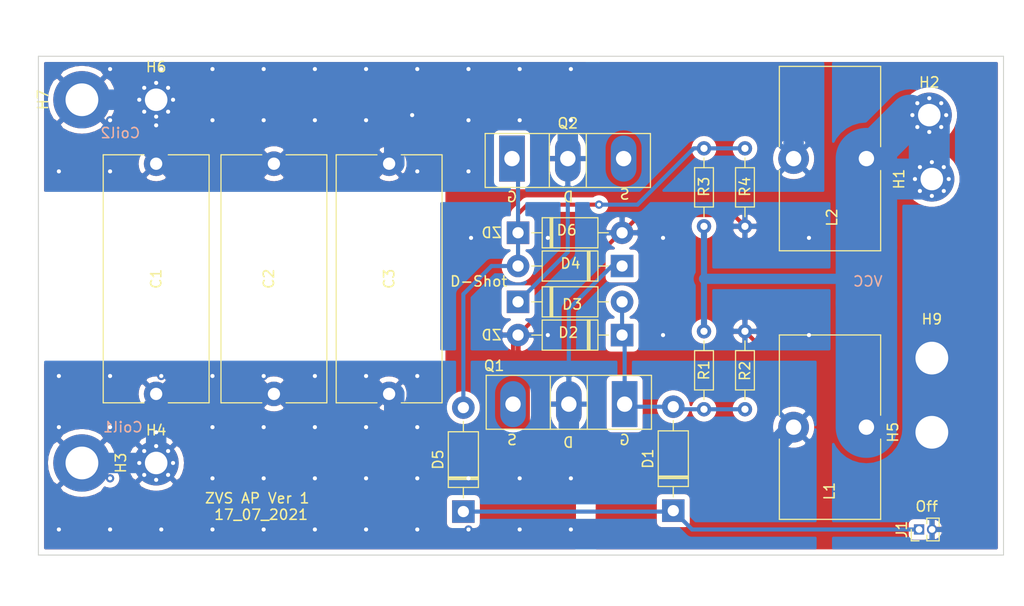
<source format=kicad_pcb>
(kicad_pcb (version 20240108) (generator "pcbnew") (generator_version "8.0")
  (title_block (title "Royer oszillator power") (date "2021-07-16") (rev "Eweiterung mini vcs") (comment 1 "Version 2") (comment 2 "Andere Footprint R1, R3, Schalter") (comment 3 "Entferung Thermopads"))
  (layers (0 "F.Cu" signal) (31 "B.Cu" signal) (34 "B.Paste" user) (35 "F.Paste" user) (36 "B.SilkS" user "B.Silkscreen") (37 "F.SilkS" user "F.Silkscreen") (38 "B.Mask" user) (39 "F.Mask" user) (44 "Edge.Cuts" user))
  (net 0 "")
  (net 1 "Net-(D1-Pad1)")
  (net 2 "GND")
  (net 3 "+36V")
  (net 4 "Uaus2")
  (net 5 "Uaus1")
  (net 6 "Net-(D1-Pad2)")
  (net 7 "Net-(D4-Pad2)")
  (footprint "MountingHole:MountingHole_3.2mm_M3_DIN965_Pad" (layer "F.Cu") (at 107.25 28 90)
    (property "Reference" "H7" (at 0 -3.8 90) (layer "F.SilkS"))
    (property "Value" "MountingHole_Pad")
    (pad "1" thru_hole circle (at 0 0 90) (size 5.6 5.6) (drill 3.2) (layers "*.Cu" "*.Mask") (net 4 "Uaus2"))
  )
  (footprint "Package_TO_SOT_THT:TO-247-3_Vertical" (layer "F.Cu") (at 149.25 33.75)
    (property "Reference" "Q2" (at 5.45 -3.45 0) (layer "F.SilkS"))
    (property "Value" "C2M0025120D")
    (fp_line (start -2.62 -2.451) (end -2.62 2.82) (stroke (width 0.12)) (layer "F.SilkS"))
    (fp_line (start -2.62 -2.451) (end 13.52 -2.451) (stroke (width 0.12)) (layer "F.SilkS"))
    (fp_line (start -2.62 2.82) (end 13.52 2.82) (stroke (width 0.12)) (layer "F.SilkS"))
    (fp_line (start 3.646 -2.451) (end 3.646 2.82) (stroke (width 0.12)) (layer "F.SilkS"))
    (fp_line (start 7.255 -2.451) (end 7.255 2.82) (stroke (width 0.12)) (layer "F.SilkS"))
    (fp_line (start 13.52 -2.451) (end 13.52 2.82) (stroke (width 0.12)) (layer "F.SilkS"))
    (pad "1" thru_hole rect (at 0 0) (size 2.5 4.5) (drill 1.5) (layers "*.Cu" "*.Mask") (net 7 "Net-(D4-Pad2)"))
    (pad "2" thru_hole oval (at 5.45 0) (size 2.5 4.5) (drill 1.5) (layers "*.Cu" "*.Mask") (net 4 "Uaus2"))
    (pad "3" thru_hole oval (at 10.9 0) (size 2.5 4.5) (drill 1.5) (layers "*.Cu" "*.Mask") (net 2 "GND"))
  )
  (footprint "Resistor_THT:R_Axial_DIN0204_L3.6mm_D1.6mm_P7.62mm_Horizontal" (layer "F.Cu") (at 172 58.25 90)
    (property "Reference" "R2" (at 3.75 0 90) (layer "F.SilkS"))
    (property "Value" "10k")
    (fp_line (start 5.73 -0.92) (end 1.89 -0.92) (stroke (width 0.12)) (layer "F.SilkS"))
    (fp_line (start 1.89 -0.92) (end 1.89 0.92) (stroke (width 0.12)) (layer "F.SilkS"))
    (fp_line (start 6.68 0) (end 5.73 0) (stroke (width 0.12)) (layer "F.SilkS"))
    (fp_line (start 0.94 0) (end 1.89 0) (stroke (width 0.12)) (layer "F.SilkS"))
    (fp_line (start 5.73 0.92) (end 5.73 -0.92) (stroke (width 0.12)) (layer "F.SilkS"))
    (fp_line (start 1.89 0.92) (end 5.73 0.92) (stroke (width 0.12)) (layer "F.SilkS"))
    (pad "1" thru_hole circle (at 0 0 90) (size 1.4 1.4) (drill 0.7) (layers "*.Cu" "*.Mask") (net 6 "Net-(D1-Pad2)"))
    (pad "2" thru_hole oval (at 7.62 0 90) (size 1.4 1.4) (drill 0.7) (layers "*.Cu" "*.Mask") (net 2 "GND"))
  )
  (footprint "Resistor_THT:R_Axial_DIN0204_L3.6mm_D1.6mm_P7.62mm_Horizontal" (layer "F.Cu") (at 168 32.75 -90)
    (property "Reference" "R3" (at 3.75 0 90) (layer "F.SilkS"))
    (property "Value" "470R")
    (fp_line (start 1.89 0.92) (end 5.73 0.92) (stroke (width 0.12)) (layer "F.SilkS"))
    (fp_line (start 5.73 0.92) (end 5.73 -0.92) (stroke (width 0.12)) (layer "F.SilkS"))
    (fp_line (start 0.94 0) (end 1.89 0) (stroke (width 0.12)) (layer "F.SilkS"))
    (fp_line (start 6.68 0) (end 5.73 0) (stroke (width 0.12)) (layer "F.SilkS"))
    (fp_line (start 1.89 -0.92) (end 1.89 0.92) (stroke (width 0.12)) (layer "F.SilkS"))
    (fp_line (start 5.73 -0.92) (end 1.89 -0.92) (stroke (width 0.12)) (layer "F.SilkS"))
    (pad "1" thru_hole circle (at 0 0 270) (size 1.4 1.4) (drill 0.7) (layers "*.Cu" "*.Mask") (net 7 "Net-(D4-Pad2)"))
    (pad "2" thru_hole oval (at 7.62 0 270) (size 1.4 1.4) (drill 0.7) (layers "*.Cu" "*.Mask") (net 3 "+36V"))
  )
  (footprint "Resistor_THT:R_Axial_DIN0204_L3.6mm_D1.6mm_P7.62mm_Horizontal" (layer "F.Cu") (at 172 32.75 -90)
    (property "Reference" "R4" (at 3.75 0 90) (layer "F.SilkS"))
    (property "Value" "10k")
    (fp_line (start 1.89 0.92) (end 5.73 0.92) (stroke (width 0.12)) (layer "F.SilkS"))
    (fp_line (start 5.73 0.92) (end 5.73 -0.92) (stroke (width 0.12)) (layer "F.SilkS"))
    (fp_line (start 0.94 0) (end 1.89 0) (stroke (width 0.12)) (layer "F.SilkS"))
    (fp_line (start 6.68 0) (end 5.73 0) (stroke (width 0.12)) (layer "F.SilkS"))
    (fp_line (start 1.89 -0.92) (end 1.89 0.92) (stroke (width 0.12)) (layer "F.SilkS"))
    (fp_line (start 5.73 -0.92) (end 1.89 -0.92) (stroke (width 0.12)) (layer "F.SilkS"))
    (pad "1" thru_hole circle (at 0 0 270) (size 1.4 1.4) (drill 0.7) (layers "*.Cu" "*.Mask") (net 7 "Net-(D4-Pad2)"))
    (pad "2" thru_hole oval (at 7.62 0 270) (size 1.4 1.4) (drill 0.7) (layers "*.Cu" "*.Mask") (net 2 "GND"))
  )
  (footprint "Diode_THT:D_DO-41_SOD81_P10.16mm_Horizontal" (layer "F.Cu") (at 160 51 180)
    (property "Reference" "D2" (at 5.25 0.25 0) (layer "F.SilkS"))
    (property "Value" "BZD27C12")
    (fp_line (start 8.82 0) (end 7.8 0) (stroke (width 0.12)) (layer "F.SilkS"))
    (fp_line (start 7.8 1.47) (end 7.8 -1.47) (stroke (width 0.12)) (layer "F.SilkS"))
    (fp_line (start 7.8 -1.47) (end 2.36 -1.47) (stroke (width 0.12)) (layer "F.SilkS"))
    (fp_line (start 3.38 -1.47) (end 3.38 1.47) (stroke (width 0.12)) (layer "F.SilkS"))
    (fp_line (start 3.26 -1.47) (end 3.26 1.47) (stroke (width 0.12)) (layer "F.SilkS"))
    (fp_line (start 3.14 -1.47) (end 3.14 1.47) (stroke (width 0.12)) (layer "F.SilkS"))
    (fp_line (start 2.36 1.47) (end 7.8 1.47) (stroke (width 0.12)) (layer "F.SilkS"))
    (fp_line (start 2.36 -1.47) (end 2.36 1.47) (stroke (width 0.12)) (layer "F.SilkS"))
    (fp_line (start 1.34 0) (end 2.36 0) (stroke (width 0.12)) (layer "F.SilkS"))
    (pad "1" thru_hole rect (at 0 0 180) (size 2.2 2.2) (drill 1.1) (layers "*.Cu" "*.Mask") (net 6 "Net-(D1-Pad2)"))
    (pad "2" thru_hole oval (at 10.16 0 180) (size 2.2 2.2) (drill 1.1) (layers "*.Cu" "*.Mask") (net 2 "GND"))
  )
  (footprint "Diode_THT:D_DO-41_SOD81_P10.16mm_Horizontal" (layer "F.Cu") (at 149.84 47.75)
    (property "Reference" "D3" (at 5.29 0.25 0) (layer "F.SilkS"))
    (property "Value" "D_Schottky")
    (fp_line (start 1.34 0) (end 2.36 0) (stroke (width 0.12)) (layer "F.SilkS"))
    (fp_line (start 2.36 -1.47) (end 2.36 1.47) (stroke (width 0.12)) (layer "F.SilkS"))
    (fp_line (start 2.36 1.47) (end 7.8 1.47) (stroke (width 0.12)) (layer "F.SilkS"))
    (fp_line (start 3.14 -1.47) (end 3.14 1.47) (stroke (width 0.12)) (layer "F.SilkS"))
    (fp_line (start 3.26 -1.47) (end 3.26 1.47) (stroke (width 0.12)) (layer "F.SilkS"))
    (fp_line (start 3.38 -1.47) (end 3.38 1.47) (stroke (width 0.12)) (layer "F.SilkS"))
    (fp_line (start 7.8 -1.47) (end 2.36 -1.47) (stroke (width 0.12)) (layer "F.SilkS"))
    (fp_line (start 7.8 1.47) (end 7.8 -1.47) (stroke (width 0.12)) (layer "F.SilkS"))
    (fp_line (start 8.82 0) (end 7.8 0) (stroke (width 0.12)) (layer "F.SilkS"))
    (pad "1" thru_hole rect (at 0 0) (size 2.2 2.2) (drill 1.1) (layers "*.Cu" "*.Mask") (net 4 "Uaus2"))
    (pad "2" thru_hole oval (at 10.16 0) (size 2.2 2.2) (drill 1.1) (layers "*.Cu" "*.Mask") (net 6 "Net-(D1-Pad2)"))
  )
  (footprint "Diode_THT:D_DO-41_SOD81_P10.16mm_Horizontal" (layer "F.Cu") (at 160 44.25 180)
    (property "Reference" "D4" (at 5.04 0.25 0) (layer "F.SilkS"))
    (property "Value" "D_Schottky")
    (fp_line (start 8.82 0) (end 7.8 0) (stroke (width 0.12)) (layer "F.SilkS"))
    (fp_line (start 7.8 1.47) (end 7.8 -1.47) (stroke (width 0.12)) (layer "F.SilkS"))
    (fp_line (start 7.8 -1.47) (end 2.36 -1.47) (stroke (width 0.12)) (layer "F.SilkS"))
    (fp_line (start 3.38 -1.47) (end 3.38 1.47) (stroke (width 0.12)) (layer "F.SilkS"))
    (fp_line (start 3.26 -1.47) (end 3.26 1.47) (stroke (width 0.12)) (layer "F.SilkS"))
    (fp_line (start 3.14 -1.47) (end 3.14 1.47) (stroke (width 0.12)) (layer "F.SilkS"))
    (fp_line (start 2.36 1.47) (end 7.8 1.47) (stroke (width 0.12)) (layer "F.SilkS"))
    (fp_line (start 2.36 -1.47) (end 2.36 1.47) (stroke (width 0.12)) (layer "F.SilkS"))
    (fp_line (start 1.34 0) (end 2.36 0) (stroke (width 0.12)) (layer "F.SilkS"))
    (pad "1" thru_hole rect (at 0 0 180) (size 2.2 2.2) (drill 1.1) (layers "*.Cu" "*.Mask") (net 5 "Uaus1"))
    (pad "2" thru_hole oval (at 10.16 0 180) (size 2.2 2.2) (drill 1.1) (layers "*.Cu" "*.Mask") (net 7 "Net-(D4-Pad2)"))
  )
  (footprint "Diode_THT:D_DO-41_SOD81_P10.16mm_Horizontal" (layer "F.Cu") (at 149.84 41)
    (property "Reference" "D6" (at 4.75 -0.25 0) (layer "F.SilkS"))
    (property "Value" "BZD27C12")
    (fp_line (start 1.34 0) (end 2.36 0) (stroke (width 0.12)) (layer "F.SilkS"))
    (fp_line (start 2.36 -1.47) (end 2.36 1.47) (stroke (width 0.12)) (layer "F.SilkS"))
    (fp_line (start 2.36 1.47) (end 7.8 1.47) (stroke (width 0.12)) (layer "F.SilkS"))
    (fp_line (start 3.14 -1.47) (end 3.14 1.47) (stroke (width 0.12)) (layer "F.SilkS"))
    (fp_line (start 3.26 -1.47) (end 3.26 1.47) (stroke (width 0.12)) (layer "F.SilkS"))
    (fp_line (start 3.38 -1.47) (end 3.38 1.47) (stroke (width 0.12)) (layer "F.SilkS"))
    (fp_line (start 7.8 -1.47) (end 2.36 -1.47) (stroke (width 0.12)) (layer "F.SilkS"))
    (fp_line (start 7.8 1.47) (end 7.8 -1.47) (stroke (width 0.12)) (layer "F.SilkS"))
    (fp_line (start 8.82 0) (end 7.8 0) (stroke (width 0.12)) (layer "F.SilkS"))
    (pad "1" thru_hole rect (at 0 0) (size 2.2 2.2) (drill 1.1) (layers "*.Cu" "*.Mask") (net 7 "Net-(D4-Pad2)"))
    (pad "2" thru_hole oval (at 10.16 0) (size 2.2 2.2) (drill 1.1) (layers "*.Cu" "*.Mask") (net 2 "GND"))
  )
  (footprint "MountingHole:MountingHole_3.2mm_M3_DIN965_Pad" (layer "F.Cu") (at 190.25 60.5 90)
    (property "Reference" "H5" (at 0 -3.8 90) (layer "F.SilkS"))
    (property "Value" "MountingHole_Pad")
    (pad "1" thru_hole circle (at 0 0 90) (size 5.6 5.6) (drill 3.2) (layers "*.Cu" "*.Mask") (net 2 "GND"))
  )
  (footprint "Resistor_THT:R_Axial_DIN0204_L3.6mm_D1.6mm_P7.62mm_Horizontal" (layer "F.Cu") (at 168 58.25 90)
    (property "Reference" "R1" (at 3.81 0 90) (layer "F.SilkS"))
    (property "Value" "470R")
    (fp_line (start 5.73 -0.92) (end 1.89 -0.92) (stroke (width 0.12)) (layer "F.SilkS"))
    (fp_line (start 1.89 -0.92) (end 1.89 0.92) (stroke (width 0.12)) (layer "F.SilkS"))
    (fp_line (start 6.68 0) (end 5.73 0) (stroke (width 0.12)) (layer "F.SilkS"))
    (fp_line (start 0.94 0) (end 1.89 0) (stroke (width 0.12)) (layer "F.SilkS"))
    (fp_line (start 5.73 0.92) (end 5.73 -0.92) (stroke (width 0.12)) (layer "F.SilkS"))
    (fp_line (start 1.89 0.92) (end 5.73 0.92) (stroke (width 0.12)) (layer "F.SilkS"))
    (pad "1" thru_hole circle (at 0 0 90) (size 1.4 1.4) (drill 0.7) (layers "*.Cu" "*.Mask") (net 6 "Net-(D1-Pad2)"))
    (pad "2" thru_hole oval (at 7.62 0 90) (size 1.4 1.4) (drill 0.7) (layers "*.Cu" "*.Mask") (net 3 "+36V"))
  )
  (footprint "MountingHole:MountingHole_3.2mm_M3_DIN965_Pad" (layer "F.Cu") (at 107.25 63.5 -90)
    (property "Reference" "H3" (at 0 -3.8 90) (layer "F.SilkS"))
    (property "Value" "MountingHole_Pad")
    (pad "1" thru_hole circle (at 0 0 270) (size 5.6 5.6) (drill 3.2) (layers "*.Cu" "*.Mask") (net 5 "Uaus1"))
  )
  (footprint "Package_TO_SOT_THT:TO-247-3_Vertical" (layer "F.Cu") (at 160.25 57.75 180)
    (property "Reference" "Q1" (at 12.75 3.75 0) (layer "F.SilkS"))
    (property "Value" "C2M0025120D")
    (fp_line (start 13.52 -2.451) (end 13.52 2.82) (stroke (width 0.12)) (layer "F.SilkS"))
    (fp_line (start 7.255 -2.451) (end 7.255 2.82) (stroke (width 0.12)) (layer "F.SilkS"))
    (fp_line (start 3.646 -2.451) (end 3.646 2.82) (stroke (width 0.12)) (layer "F.SilkS"))
    (fp_line (start -2.62 2.82) (end 13.52 2.82) (stroke (width 0.12)) (layer "F.SilkS"))
    (fp_line (start -2.62 -2.451) (end 13.52 -2.451) (stroke (width 0.12)) (layer "F.SilkS"))
    (fp_line (start -2.62 -2.451) (end -2.62 2.82) (stroke (width 0.12)) (layer "F.SilkS"))
    (pad "1" thru_hole rect (at 0 0 180) (size 2.5 4.5) (drill 1.5) (layers "*.Cu" "*.Mask") (net 6 "Net-(D1-Pad2)"))
    (pad "2" thru_hole oval (at 5.45 0 180) (size 2.5 4.5) (drill 1.5) (layers "*.Cu" "*.Mask") (net 5 "Uaus1"))
    (pad "3" thru_hole oval (at 10.9 0 180) (size 2.5 4.5) (drill 1.5) (layers "*.Cu" "*.Mask") (net 2 "GND"))
  )
  (footprint "MountingHole:MountingHole_2.2mm_M2_Pad_Via" (layer "F.Cu") (at 190.25 35.75 90)
    (property "Reference" "H1" (at 0 -3.2 90) (layer "F.SilkS"))
    (property "Value" "MountingHole_Pad")
    (pad "1" thru_hole circle (at -1.65 0 90) (size 0.7 0.7) (drill 0.4) (layers "*.Cu" "*.Mask") (net 3 "+36V"))
    (pad "1" thru_hole circle (at -1.166726 -1.166726 90) (size 0.7 0.7) (drill 0.4) (layers "*.Cu" "*.Mask") (net 3 "+36V"))
    (pad "1" thru_hole circle (at -1.166726 1.166726 90) (size 0.7 0.7) (drill 0.4) (layers "*.Cu" "*.Mask") (net 3 "+36V"))
    (pad "1" thru_hole circle (at 0 -1.65 90) (size 0.7 0.7) (drill 0.4) (layers "*.Cu" "*.Mask") (net 3 "+36V"))
    (pad "1" thru_hole circle (at 0 0 90) (size 4.4 4.4) (drill 2.2) (layers "*.Cu" "*.Mask") (net 3 "+36V"))
    (pad "1" thru_hole circle (at 0 1.65 90) (size 0.7 0.7) (drill 0.4) (layers "*.Cu" "*.Mask") (net 3 "+36V"))
    (pad "1" thru_hole circle (at 1.166726 -1.166726 90) (size 0.7 0.7) (drill 0.4) (layers "*.Cu" "*.Mask") (net 3 "+36V"))
    (pad "1" thru_hole circle (at 1.166726 1.166726 90) (size 0.7 0.7) (drill 0.4) (layers "*.Cu" "*.Mask") (net 3 "+36V"))
    (pad "1" thru_hole circle (at 1.65 0 90) (size 0.7 0.7) (drill 0.4) (layers "*.Cu" "*.Mask") (net 3 "+36V"))
  )
  (footprint "Capacitor_THT:C_Rect_L24.0mm_W10.1mm_P22.50mm_MKT" (layer "F.Cu") (at 114.5 56.75 90)
    (property "Reference" "C1" (at 11.25 0 90) (layer "F.SilkS"))
    (property "Value" "C")
    (fp_line (start 23.37 -5.17) (end 23.37 -1.185) (stroke (width 0.12)) (layer "F.SilkS"))
    (fp_line (start -0.87 -5.17) (end 23.37 -5.17) (stroke (width 0.12)) (layer "F.SilkS"))
    (fp_line (start -0.87 -5.17) (end -0.87 -1.185) (stroke (width 0.12)) (layer "F.SilkS"))
    (fp_line (start 23.37 1.185) (end 23.37 5.17) (stroke (width 0.12)) (layer "F.SilkS"))
    (fp_line (start -0.87 1.185) (end -0.87 5.17) (stroke (width 0.12)) (layer "F.SilkS"))
    (fp_line (start -0.87 5.17) (end 23.37 5.17) (stroke (width 0.12)) (layer "F.SilkS"))
    (pad "1" thru_hole circle (at 0 0 90) (size 2.4 2.4) (drill 1.2) (layers "*.Cu" "*.Mask") (net 5 "Uaus1"))
    (pad "2" thru_hole circle (at 22.5 0 90) (size 2.4 2.4) (drill 1.2) (layers "*.Cu" "*.Mask") (net 4 "Uaus2"))
  )
  (footprint "Capacitor_THT:C_Rect_L24.0mm_W10.1mm_P22.50mm_MKT" (layer "F.Cu") (at 126 56.75 90)
    (property "Reference" "C2" (at 11.25 -0.5 90) (layer "F.SilkS"))
    (property "Value" "C")
    (fp_line (start 23.37 -5.17) (end 23.37 -1.185) (stroke (width 0.12)) (layer "F.SilkS"))
    (fp_line (start -0.87 -5.17) (end 23.37 -5.17) (stroke (width 0.12)) (layer "F.SilkS"))
    (fp_line (start -0.87 -5.17) (end -0.87 -1.185) (stroke (width 0.12)) (layer "F.SilkS"))
    (fp_line (start 23.37 1.185) (end 23.37 5.17) (stroke (width 0.12)) (layer "F.SilkS"))
    (fp_line (start -0.87 1.185) (end -0.87 5.17) (stroke (width 0.12)) (layer "F.SilkS"))
    (fp_line (start -0.87 5.17) (end 23.37 5.17) (stroke (width 0.12)) (layer "F.SilkS"))
    (pad "1" thru_hole circle (at 0 0 90) (size 2.4 2.4) (drill 1.2) (layers "*.Cu" "*.Mask") (net 5 "Uaus1"))
    (pad "2" thru_hole circle (at 22.5 0 90) (size 2.4 2.4) (drill 1.2) (layers "*.Cu" "*.Mask") (net 4 "Uaus2"))
  )
  (footprint "Capacitor_THT:C_Rect_L24.0mm_W10.1mm_P22.50mm_MKT" (layer "F.Cu") (at 137.25 56.75 90)
    (property "Reference" "C3" (at 11.25 0 90) (layer "F.SilkS"))
    (property "Value" "C")
    (fp_line (start 23.37 -5.17) (end 23.37 -1.185) (stroke (width 0.12)) (layer "F.SilkS"))
    (fp_line (start -0.87 -5.17) (end 23.37 -5.17) (stroke (width 0.12)) (layer "F.SilkS"))
    (fp_line (start -0.87 -5.17) (end -0.87 -1.185) (stroke (width 0.12)) (layer "F.SilkS"))
    (fp_line (start 23.37 1.185) (end 23.37 5.17) (stroke (width 0.12)) (layer "F.SilkS"))
    (fp_line (start -0.87 1.185) (end -0.87 5.17) (stroke (width 0.12)) (layer "F.SilkS"))
    (fp_line (start -0.87 5.17) (end 23.37 5.17) (stroke (width 0.12)) (layer "F.SilkS"))
    (pad "1" thru_hole circle (at 0 0 90) (size 2.4 2.4) (drill 1.2) (layers "*.Cu" "*.Mask") (net 5 "Uaus1"))
    (pad "2" thru_hole circle (at 22.5 0 90) (size 2.4 2.4) (drill 1.2) (layers "*.Cu" "*.Mask") (net 4 "Uaus2"))
  )
  (footprint "Diode_THT:D_DO-41_SOD81_P10.16mm_Horizontal" (layer "F.Cu") (at 165 68.16 90)
    (property "Reference" "D1" (at 5.08 -2.47 90) (layer "F.SilkS"))
    (property "Value" "1N4007")
    (fp_line (start 7.8 -1.47) (end 2.36 -1.47) (stroke (width 0.12)) (layer "F.SilkS"))
    (fp_line (start 3.38 -1.47) (end 3.38 1.47) (stroke (width 0.12)) (layer "F.SilkS"))
    (fp_line (start 3.26 -1.47) (end 3.26 1.47) (stroke (width 0.12)) (layer "F.SilkS"))
    (fp_line (start 3.14 -1.47) (end 3.14 1.47) (stroke (width 0.12)) (layer "F.SilkS"))
    (fp_line (start 2.36 -1.47) (end 2.36 1.47) (stroke (width 0.12)) (layer "F.SilkS"))
    (fp_line (start 8.82 0) (end 7.8 0) (stroke (width 0.12)) (layer "F.SilkS"))
    (fp_line (start 1.34 0) (end 2.36 0) (stroke (width 0.12)) (layer "F.SilkS"))
    (fp_line (start 7.8 1.47) (end 7.8 -1.47) (stroke (width 0.12)) (layer "F.SilkS"))
    (fp_line (start 2.36 1.47) (end 7.8 1.47) (stroke (width 0.12)) (layer "F.SilkS"))
    (pad "1" thru_hole rect (at 0 0 90) (size 2.2 2.2) (drill 1.1) (layers "*.Cu" "*.Mask") (net 1 "Net-(D1-Pad1)"))
    (pad "2" thru_hole oval (at 10.16 0 90) (size 2.2 2.2) (drill 1.1) (layers "*.Cu" "*.Mask") (net 6 "Net-(D1-Pad2)"))
  )
  (footprint "Diode_THT:D_DO-41_SOD81_P10.16mm_Horizontal" (layer "F.Cu") (at 144.5 68.25 90)
    (property "Reference" "D5" (at 5.08 -2.47 90) (layer "F.SilkS"))
    (property "Value" "1N4007")
    (fp_line (start 7.8 -1.47) (end 2.36 -1.47) (stroke (width 0.12)) (layer "F.SilkS"))
    (fp_line (start 3.38 -1.47) (end 3.38 1.47) (stroke (width 0.12)) (layer "F.SilkS"))
    (fp_line (start 3.26 -1.47) (end 3.26 1.47) (stroke (width 0.12)) (layer "F.SilkS"))
    (fp_line (start 3.14 -1.47) (end 3.14 1.47) (stroke (width 0.12)) (layer "F.SilkS"))
    (fp_line (start 2.36 -1.47) (end 2.36 1.47) (stroke (width 0.12)) (layer "F.SilkS"))
    (fp_line (start 8.82 0) (end 7.8 0) (stroke (width 0.12)) (layer "F.SilkS"))
    (fp_line (start 1.34 0) (end 2.36 0) (stroke (width 0.12)) (layer "F.SilkS"))
    (fp_line (start 7.8 1.47) (end 7.8 -1.47) (stroke (width 0.12)) (layer "F.SilkS"))
    (fp_line (start 2.36 1.47) (end 7.8 1.47) (stroke (width 0.12)) (layer "F.SilkS"))
    (pad "1" thru_hole rect (at 0 0 90) (size 2.2 2.2) (drill 1.1) (layers "*.Cu" "*.Mask") (net 1 "Net-(D1-Pad1)"))
    (pad "2" thru_hole oval (at 10.16 0 90) (size 2.2 2.2) (drill 1.1) (layers "*.Cu" "*.Mask") (net 7 "Net-(D4-Pad2)"))
  )
  (footprint "MountingHole:MountingHole_2.2mm_M2_Pad_Via" (layer "F.Cu") (at 190 29.5)
    (property "Reference" "H2" (at 0 -3.2 0) (layer "F.SilkS"))
    (property "Value" "MountingHole_Pad")
    (pad "1" thru_hole circle (at -1.65 0) (size 0.7 0.7) (drill 0.4) (layers "*.Cu" "*.Mask") (net 3 "+36V"))
    (pad "1" thru_hole circle (at -1.166726 -1.166726) (size 0.7 0.7) (drill 0.4) (layers "*.Cu" "*.Mask") (net 3 "+36V"))
    (pad "1" thru_hole circle (at -1.166726 1.166726) (size 0.7 0.7) (drill 0.4) (layers "*.Cu" "*.Mask") (net 3 "+36V"))
    (pad "1" thru_hole circle (at 0 -1.65) (size 0.7 0.7) (drill 0.4) (layers "*.Cu" "*.Mask") (net 3 "+36V"))
    (pad "1" thru_hole circle (at 0 0) (size 4.4 4.4) (drill 2.2) (layers "*.Cu" "*.Mask") (net 3 "+36V"))
    (pad "1" thru_hole circle (at 0 1.65) (size 0.7 0.7) (drill 0.4) (layers "*.Cu" "*.Mask") (net 3 "+36V"))
    (pad "1" thru_hole circle (at 1.166726 -1.166726) (size 0.7 0.7) (drill 0.4) (layers "*.Cu" "*.Mask") (net 3 "+36V"))
    (pad "1" thru_hole circle (at 1.166726 1.166726) (size 0.7 0.7) (drill 0.4) (layers "*.Cu" "*.Mask") (net 3 "+36V"))
    (pad "1" thru_hole circle (at 1.65 0) (size 0.7 0.7) (drill 0.4) (layers "*.Cu" "*.Mask") (net 3 "+36V"))
  )
  (footprint "MountingHole:MountingHole_2.2mm_M2_Pad_Via" (layer "F.Cu") (at 114.5 63.5)
    (property "Reference" "H4" (at 0 -3.2 0) (layer "F.SilkS"))
    (property "Value" "MountingHole_Pad")
    (pad "1" thru_hole circle (at -1.65 0) (size 0.7 0.7) (drill 0.4) (layers "*.Cu" "*.Mask") (net 5 "Uaus1"))
    (pad "1" thru_hole circle (at -1.166726 -1.166726) (size 0.7 0.7) (drill 0.4) (layers "*.Cu" "*.Mask") (net 5 "Uaus1"))
    (pad "1" thru_hole circle (at -1.166726 1.166726) (size 0.7 0.7) (drill 0.4) (layers "*.Cu" "*.Mask") (net 5 "Uaus1"))
    (pad "1" thru_hole circle (at 0 -1.65) (size 0.7 0.7) (drill 0.4) (layers "*.Cu" "*.Mask") (net 5 "Uaus1"))
    (pad "1" thru_hole circle (at 0 0) (size 4.4 4.4) (drill 2.2) (layers "*.Cu" "*.Mask") (net 5 "Uaus1"))
    (pad "1" thru_hole circle (at 0 1.65) (size 0.7 0.7) (drill 0.4) (layers "*.Cu" "*.Mask") (net 5 "Uaus1"))
    (pad "1" thru_hole circle (at 1.166726 -1.166726) (size 0.7 0.7) (drill 0.4) (layers "*.Cu" "*.Mask") (net 5 "Uaus1"))
    (pad "1" thru_hole circle (at 1.166726 1.166726) (size 0.7 0.7) (drill 0.4) (layers "*.Cu" "*.Mask") (net 5 "Uaus1"))
    (pad "1" thru_hole circle (at 1.65 0) (size 0.7 0.7) (drill 0.4) (layers "*.Cu" "*.Mask") (net 5 "Uaus1"))
  )
  (footprint "MountingHole:MountingHole_2.2mm_M2_Pad_Via" (layer "F.Cu") (at 114.5 28)
    (property "Reference" "H6" (at 0 -3.2 0) (layer "F.SilkS"))
    (property "Value" "MountingHole_Pad")
    (pad "1" thru_hole circle (at -1.65 0) (size 0.7 0.7) (drill 0.4) (layers "*.Cu" "*.Mask") (net 4 "Uaus2"))
    (pad "1" thru_hole circle (at -1.166726 -1.166726) (size 0.7 0.7) (drill 0.4) (layers "*.Cu" "*.Mask") (net 4 "Uaus2"))
    (pad "1" thru_hole circle (at -1.166726 1.166726) (size 0.7 0.7) (drill 0.4) (layers "*.Cu" "*.Mask") (net 4 "Uaus2"))
    (pad "1" thru_hole circle (at 0 -1.65) (size 0.7 0.7) (drill 0.4) (layers "*.Cu" "*.Mask") (net 4 "Uaus2"))
    (pad "1" thru_hole circle (at 0 0) (size 4.4 4.4) (drill 2.2) (layers "*.Cu" "*.Mask") (net 4 "Uaus2"))
    (pad "1" thru_hole circle (at 0 1.65) (size 0.7 0.7) (drill 0.4) (layers "*.Cu" "*.Mask") (net 4 "Uaus2"))
    (pad "1" thru_hole circle (at 1.166726 -1.166726) (size 0.7 0.7) (drill 0.4) (layers "*.Cu" "*.Mask") (net 4 "Uaus2"))
    (pad "1" thru_hole circle (at 1.166726 1.166726) (size 0.7 0.7) (drill 0.4) (layers "*.Cu" "*.Mask") (net 4 "Uaus2"))
    (pad "1" thru_hole circle (at 1.65 0) (size 0.7 0.7) (drill 0.4) (layers "*.Cu" "*.Mask") (net 4 "Uaus2"))
  )
  (footprint "Inductor_THT:L_Toroid_Vertical_L17.8mm_W9.7mm_P7.11mm_Pulse_B" (layer "F.Cu") (at 176.75 60 90)
    (property "Reference" "L1" (at -6.25 3.5 90) (layer "F.SilkS"))
    (property "Value" "L_Core_Ferrite")
    (fp_line (start 9.01 -1.39) (end 9.01 8.5) (stroke (width 0.12)) (layer "F.SilkS"))
    (fp_line (start 1.166 -1.39) (end 9.01 -1.39) (stroke (width 0.12)) (layer "F.SilkS"))
    (fp_line (start -9.01 -1.39) (end -1.166 -1.39) (stroke (width 0.12)) (layer "F.SilkS"))
    (fp_line (start -9.01 -1.39) (end -9.01 8.5) (stroke (width 0.12)) (layer "F.SilkS"))
    (fp_line (start 1.166 8.5) (end 9.01 8.5) (stroke (width 0.12)) (layer "F.SilkS"))
    (fp_line (start -9.01 8.5) (end -1.166 8.5) (stroke (width 0.12)) (layer "F.SilkS"))
    (pad "1" thru_hole circle (at 0 0 90) (size 3 3) (drill 1.5) (layers "*.Cu" "*.Mask") (net 5 "Uaus1"))
    (pad "2" thru_hole circle (at 0 7.11 90) (size 3 3) (drill 1.5) (layers "*.Cu" "*.Mask") (net 3 "+36V"))
  )
  (footprint "Inductor_THT:L_Toroid_Vertical_L17.8mm_W9.7mm_P7.11mm_Pulse_B" (layer "F.Cu") (at 183.86 33.75 -90)
    (property "Reference" "L2" (at 5.75 3.36 90) (layer "F.SilkS"))
    (property "Value" "L_Core_Ferrite")
    (fp_line (start -9.01 8.5) (end -1.166 8.5) (stroke (width 0.12)) (layer "F.SilkS"))
    (fp_line (start 1.166 8.5) (end 9.01 8.5) (stroke (width 0.12)) (layer "F.SilkS"))
    (fp_line (start -9.01 -1.39) (end -9.01 8.5) (stroke (width 0.12)) (layer "F.SilkS"))
    (fp_line (start -9.01 -1.39) (end -1.166 -1.39) (stroke (width 0.12)) (layer "F.SilkS"))
    (fp_line (start 1.166 -1.39) (end 9.01 -1.39) (stroke (width 0.12)) (layer "F.SilkS"))
    (fp_line (start 9.01 -1.39) (end 9.01 8.5) (stroke (width 0.12)) (layer "F.SilkS"))
    (pad "1" thru_hole circle (at 0 0 270) (size 3 3) (drill 1.5) (layers "*.Cu" "*.Mask") (net 3 "+36V"))
    (pad "2" thru_hole circle (at 0 7.11 270) (size 3 3) (drill 1.5) (layers "*.Cu" "*.Mask") (net 4 "Uaus2"))
  )
  (footprint "MountingHole:MountingHole_3.2mm_M3_DIN965_Pad" (layer "F.Cu") (at 190.25 53.25)
    (property "Reference" "H9" (at 0 -3.8 0) (layer "F.SilkS"))
    (property "Value" "MountingHole_Pad")
    (pad "1" thru_hole circle (at 0 0) (size 5.6 5.6) (drill 3.2) (layers "*.Cu" "*.Mask") (net 2 "GND"))
  )
  (footprint "Connector_PinHeader_1.27mm:PinHeader_1x02_P1.27mm_Vertical" (layer "F.Cu") (at 189 70 90)
    (property "Reference" "J1" (at 0 -1.695 90) (layer "F.SilkS"))
    (property "Value" "Conn_01x02_Male")
    (fp_line (start -1.11 -0.76) (end 0 -0.76) (stroke (width 0.12)) (layer "F.SilkS"))
    (fp_line (start -1.11 0) (end -1.11 -0.76) (stroke (width 0.12)) (layer "F.SilkS"))
    (fp_line (start 1.11 0.76) (end 1.11 1.965) (stroke (width 0.12)) (layer "F.SilkS"))
    (fp_line (start 0.563471 0.76) (end 1.11 0.76) (stroke (width 0.12)) (layer "F.SilkS"))
    (fp_line (start -1.11 0.76) (end -0.563471 0.76) (stroke (width 0.12)) (layer "F.SilkS"))
    (fp_line (start -1.11 0.76) (end -1.11 1.965) (stroke (width 0.12)) (layer "F.SilkS"))
    (fp_line (start 0.30753 1.965) (end 1.11 1.965) (stroke (width 0.12)) (layer "F.SilkS"))
    (fp_line (start -1.11 1.965) (end -0.30753 1.965) (stroke (width 0.12)) (layer "F.SilkS"))
    (pad "1" thru_hole rect (at 0 0 90) (size 1 1) (drill 0.65) (layers "*.Cu" "*.Mask") (net 1 "Net-(D1-Pad1)"))
    (pad "2" thru_hole oval (at 0 1.27 90) (size 1 1) (drill 0.65) (layers "*.Cu" "*.Mask") (net 2 "GND"))
  )
  (gr_line (start 197.25 72.5) (end 197 72.5) (stroke (width 0.1)) (layer "Edge.Cuts"))
  (gr_line (start 103 72.5) (end 103 23.75) (stroke (width 0.1)) (layer "Edge.Cuts"))
  (gr_line (start 197.25 23.75) (end 197.25 72.5) (stroke (width 0.1)) (layer "Edge.Cuts"))
  (gr_line (start 103 23.75) (end 197.25 23.75) (stroke (width 0.1)) (layer "Edge.Cuts"))
  (gr_line (start 197 72.5) (end 103 72.5) (stroke (width 0.1)) (layer "Edge.Cuts"))
  (gr_text "Coil2" (at 111 31.25 0) (layer "B.SilkS") (effects (font (size 1 1)) (justify mirror)))
  (gr_text "VCC" (at 184 45.75 0) (layer "B.SilkS") (effects (font (size 1 1)) (justify mirror)))
  (gr_text "Coil1" (at 111.25 60 0) (layer "B.SilkS") (effects (font (size 1 1)) (justify mirror)))
  (gr_text "D" (at 154.75 61.5 0) (layer "F.SilkS") (effects (font (size 1 1)) (justify mirror)))
  (gr_text "D" (at 154.75 37.5 0) (layer "F.SilkS") (effects (font (size 1 1)) (justify mirror)))
  (gr_text "G" (at 160.25 61.25 0) (layer "F.SilkS") (effects (font (size 1 1)) (justify mirror)))
  (gr_text "ZD" (at 147.25 51 0) (layer "F.SilkS") (effects (font (size 1 1)) (justify mirror)))
  (gr_text "G" (at 149.25 37.5 0) (layer "F.SilkS") (effects (font (size 1 1)) (justify mirror)))
  (gr_text "Off" (at 189.75 67.75 0) (layer "F.SilkS") (effects (font (size 1 1))))
  (gr_text "S" (at 149.25 61.25 0) (layer "F.SilkS") (effects (font (size 1 1)) (justify mirror)))
  (gr_text "D-Shot" (at 146 45.75 0) (layer "F.SilkS") (effects (font (size 1 1))))
  (gr_text "ZD" (at 147.25 41 0) (layer "F.SilkS") (effects (font (size 1 1)) (justify mirror)))
  (gr_text "S" (at 160.25 37.25 0) (layer "F.SilkS") (effects (font (size 1 1)) (justify mirror)))
  (gr_text "ZVS AP Ver 1 \n17_07_2021" (at 124.75 67.75 0) (layer "F.SilkS") (effects (font (size 1 1))))
  (segment (start 166.84 70) (end 165 68.16) (width 0.4) (layer "B.Cu") (net 1))
  (segment (start 144.5 68.25) (end 164.91 68.25) (width 0.4) (layer "B.Cu") (net 1))
  (segment (start 189 70) (end 166.84 70) (width 0.4) (layer "B.Cu") (net 1))
  (segment (start 164.91 68.25) (end 165 68.16) (width 0.4) (layer "B.Cu") (net 1))
  (segment (start 160 41) (end 160 33.9) (width 0.4) (layer "F.Cu") (net 2))
  (segment (start 174.62 53.25) (end 172 50.63) (width 0.4) (layer "F.Cu") (net 2))
  (segment (start 172 50.63) (end 172 40.37) (width 0.4) (layer "F.Cu") (net 2))
  (segment (start 149.84 51) (end 159.84 41) (width 0.4) (layer "F.Cu") (net 2))
  (segment (start 170.899999 39.269999) (end 161.730001 39.269999) (width 0.4) (layer "F.Cu") (net 2))
  (segment (start 160 33.9) (end 160.15 33.75) (width 0.4) (layer "F.Cu") (net 2))
  (segment (start 190.25 61) (end 190.25 53.25) (width 0.4) (layer "F.Cu") (net 2))
  (segment (start 159.84 41) (end 160 41) (width 0.4) (layer "F.Cu") (net 2))
  (segment (start 172 40.37) (end 170.899999 39.269999) (width 0.4) (layer "F.Cu") (net 2))
  (segment (start 190.25 53.25) (end 174.62 53.25) (width 0.4) (layer "F.Cu") (net 2))
  (segment (start 161.730001 39.269999) (end 160 41) (width 0.4) (layer "F.Cu") (net 2))
  (segment (start 149.35 57.75) (end 149.35 51.49) (width 0.4) (layer "F.Cu") (net 2))
  (segment (start 149.35 51.49) (end 149.84 51) (width 0.4) (layer "F.Cu") (net 2))
  (via (at 178.25 51) (size 0.8) (drill 0.4) (layers "F.Cu" "B.Cu") (net 2))
  (via (at 152.75 41.5) (size 0.8) (drill 0.4) (layers "F.Cu" "B.Cu") (net 2))
  (via (at 164 41.5) (size 0.8) (drill 0.4) (layers "F.Cu" "B.Cu") (net 2))
  (via (at 178.25 41.5) (size 0.8) (drill 0.4) (layers "F.Cu" "B.Cu") (net 2))
  (via (at 152.75 51) (size 0.8) (drill 0.4) (layers "F.Cu" "B.Cu") (net 2))
  (via (at 145.25 41.5) (size 0.8) (drill 0.4) (layers "F.Cu" "B.Cu") (net 2))
  (via (at 164 51) (size 0.8) (drill 0.4) (layers "F.Cu" "B.Cu") (net 2))
  (segment (start 159.41 34.49) (end 160.15 33.75) (width 0.4) (layer "B.Cu") (net 2))
  (segment (start 183.86 47.86) (end 183.86 60) (width 6) (layer "B.Cu") (net 3))
  (segment (start 181.5 45.5) (end 183.86 47.86) (width 0.4) (layer "B.Cu") (net 3))
  (segment (start 190 35.5) (end 190.25 35.75) (width 2) (layer "B.Cu") (net 3))
  (segment (start 168 45.5) (end 168 40.37) (width 0.6) (layer "B.Cu") (net 3))
  (segment (start 188.11 29.5) (end 183.86 33.75) (width 4) (layer "B.Cu") (net 3))
  (segment (start 190.25 35.75) (end 185.86 35.75) (width 4) (layer "B.Cu") (net 3))
  (segment (start 168 45.5) (end 181.5 45.5) (width 1) (layer "B.Cu") (net 3))
  (segment (start 185.86 35.75) (end 183.86 33.75) (width 2) (layer "B.Cu") (net 3))
  (segment (start 190 29.5) (end 190 35.5) (width 4) (layer "B.Cu") (net 3))
  (segment (start 183.86 42.39) (end 183.86 47.86) (width 6) (layer "B.Cu") (net 3))
  (segment (start 168 50.63) (end 168 45.5) (width 0.6) (layer "B.Cu") (net 3))
  (segment (start 190 29.5) (end 188.11 29.5) (width 2) (layer "B.Cu") (net 3))
  (segment (start 183.86 33.75) (end 183.86 42.39) (width 6) (layer "B.Cu") (net 3))
  (via (at 150 25) (size 0.8) (drill 0.4) (layers "F.Cu" "B.Cu") (net 4))
  (via (at 135 25) (size 0.8) (drill 0.4) (layers "F.Cu" "B.Cu") (net 4))
  (via (at 135 30) (size 0.8) (drill 0.4) (layers "F.Cu" "B.Cu") (net 4))
  (via (at 115 25) (size 0.8) (drill 0.4) (layers "F.Cu" "B.Cu") (net 4))
  (via (at 130 25) (size 0.8) (drill 0.4) (layers "F.Cu" "B.Cu") (net 4))
  (via (at 110 30) (size 0.8) (drill 0.4) (layers "F.Cu" "B.Cu") (net 4))
  (via (at 140 25) (size 0.8) (drill 0.4) (layers "F.Cu" "B.Cu") (net 4))
  (via (at 125 30) (size 0.8) (drill 0.4) (layers "F.Cu" "B.Cu") (net 4))
  (via (at 105 35) (size 0.8) (drill 0.4) (layers "F.Cu" "B.Cu") (net 4))
  (via (at 120 30) (size 0.8) (drill 0.4) (layers "F.Cu" "B.Cu") (net 4))
  (via (at 139.5 29.5) (size 0.8) (drill 0.4) (layers "F.Cu" "B.Cu") (net 4))
  (via (at 145 30) (size 0.8) (drill 0.4) (layers "F.Cu" "B.Cu") (net 4))
  (via (at 125 25) (size 0.8) (drill 0.4) (layers "F.Cu" "B.Cu") (net 4))
  (via (at 155 25) (size 0.8) (drill 0.4) (layers "F.Cu" "B.Cu") (net 4))
  (via (at 130 30) (size 0.8) (drill 0.4) (layers "F.Cu" "B.Cu") (net 4))
  (via (at 120 25) (size 0.8) (drill 0.4) (layers "F.Cu" "B.Cu") (net 4))
  (via (at 145 35) (size 0.8) (drill 0.4) (layers "F.Cu" "B.Cu") (net 4))
  (via (at 110 35) (size 0.8) (drill 0.4) (layers "F.Cu" "B.Cu") (net 4))
  (via (at 140 35) (size 0.8) (drill 0.4) (layers "F.Cu" "B.Cu") (net 4))
  (via (at 150 30) (size 0.8) (drill 0.4) (layers "F.Cu" "B.Cu") (net 4))
  (via (at 155 30) (size 0.8) (drill 0.4) (layers "F.Cu" "B.Cu") (net 4))
  (via (at 110 25) (size 0.8) (drill 0.4) (layers "F.Cu" "B.Cu") (net 4))
  (via (at 145 25) (size 0.8) (drill 0.4) (layers "F.Cu" "B.Cu") (net 4))
  (via (at 114.5 30.5) (size 0.8) (drill 0.4) (layers "F.Cu" "B.Cu") (net 4))
  (segment (start 135.75 34.25) (end 137.75 34.25) (width 2) (layer "B.Cu") (net 4))
  (segment (start 130.75 34.25) (end 135.75 34.25) (width 2) (layer "B.Cu") (net 4))
  (segment (start 120.75 34.25) (end 126 34.25) (width 2) (layer "B.Cu") (net 4))
  (segment (start 114.5 30.5) (end 114.5 28) (width 2) (layer "B.Cu") (net 4))
  (segment (start 139.5 29.5) (end 141 28) (width 2) (layer "B.Cu") (net 4))
  (segment (start 154 28) (end 154.7 28.7) (width 2) (layer "B.Cu") (net 4))
  (segment (start 176.75 33.75) (end 176.75 30.5) (width 2) (layer "B.Cu") (net 4))
  (segment (start 154.7 42.89) (end 149.84 47.75) (width 0.4) (layer "B.Cu") (net 4))
  (segment (start 137.75 34.25) (end 137.75 31.25) (width 2) (layer "B.Cu") (net 4))
  (segment (start 114.5 34.25) (end 114.5 30.5) (width 2) (layer "B.Cu") (net 4))
  (segment (start 114.5 28) (end 107.25 28) (width 2) (layer "B.Cu") (net 4))
  (segment (start 174.25 28) (end 154 28) (width 2) (layer "B.Cu") (net 4))
  (segment (start 126 34.25) (end 130.75 34.25) (width 2) (layer "B.Cu") (net 4))
  (segment (start 137.75 31.25) (end 139.5 29.5) (width 2) (layer "B.Cu") (net 4))
  (segment (start 141 28) (end 154 28) (width 2) (layer "B.Cu") (net 4))
  (segment (start 154.7 33.75) (end 154.7 42.89) (width 0.4) (layer "B.Cu") (net 4))
  (segment (start 114.5 34.25) (end 120.75 34.25) (width 2) (layer "B.Cu") (net 4))
  (segment (start 176.75 30.5) (end 174.25 28) (width 2) (layer "B.Cu") (net 4))
  (segment (start 154.7 28.7) (end 154.7 33.75) (width 2) (layer "B.Cu") (net 4))
  (via (at 135 55) (size 0.8) (drill 0.4) (layers "F.Cu" "B.Cu") (net 5))
  (via (at 135 70) (size 0.8) (drill 0.4) (layers "F.Cu" "B.Cu") (net 5))
  (via (at 130 55) (size 0.8) (drill 0.4) (layers "F.Cu" "B.Cu") (net 5))
  (via (at 150 70) (size 0.8) (drill 0.4) (layers "F.Cu" "B.Cu") (net 5))
  (via (at 130 70) (size 0.8) (drill 0.4) (layers "F.Cu" "B.Cu") (net 5))
  (via (at 145 70) (size 0.8) (drill 0.4) (layers "F.Cu" "B.Cu") (net 5))
  (via (at 140 55) (size 0.8) (drill 0.4) (layers "F.Cu" "B.Cu") (net 5))
  (via (at 140 65) (size 0.8) (drill 0.4) (layers "F.Cu" "B.Cu") (net 5))
  (via (at 105 70) (size 0.8) (drill 0.4) (layers "F.Cu" "B.Cu") (net 5))
  (via (at 110 55) (size 0.8) (drill 0.4) (layers "F.Cu" "B.Cu") (net 5))
  (via (at 120 65) (size 0.8) (drill 0.4) (layers "F.Cu" "B.Cu") (net 5))
  (via (at 120 60) (size 0.8) (drill 0.4) (layers "F.Cu" "B.Cu") (net 5))
  (via (at 155 70) (size 0.8) (drill 0.4) (layers "F.Cu" "B.Cu") (net 5))
  (via (at 110 60) (size 0.8) (drill 0.4) (layers "F.Cu" "B.Cu") (net 5))
  (via (at 120 55) (size 0.8) (drill 0.4) (layers "F.Cu" "B.Cu") (net 5))
  (via (at 130 60) (size 0.8) (drill 0.4) (layers "F.Cu" "B.Cu") (net 5))
  (via (at 120 70) (size 0.8) (drill 0.4) (layers "F.Cu" "B.Cu") (net 5))
  (via (at 110 65) (size 0.8) (drill 0.4) (layers "F.Cu" "B.Cu") (net 5))
  (via (at 135 65) (size 0.8) (drill 0.4) (layers "F.Cu" "B.Cu") (net 5))
  (via (at 110 70) (size 0.8) (drill 0.4) (layers "F.Cu" "B.Cu") (net 5))
  (via (at 115 55) (size 0.8) (drill 0.4) (layers "F.Cu" "B.Cu") (net 5))
  (via (at 125 55) (size 0.8) (drill 0.4) (layers "F.Cu" "B.Cu") (net 5))
  (via (at 140 60) (size 0.8) (drill 0.4) (layers "F.Cu" "B.Cu") (net 5))
  (via (at 150 65) (size 0.8) (drill 0.4) (layers "F.Cu" "B.Cu") (net 5))
  (via (at 114.5 60.5) (size 0.8) (drill 0.4) (layers "F.Cu" "B.Cu") (net 5))
  (via (at 125 70) (size 0.8) (drill 0.4) (layers "F.Cu" "B.Cu") (net 5))
  (via (at 105 60) (size 0.8) (drill 0.4) (layers "F.Cu" "B.Cu") (net 5))
  (via (at 145 65) (size 0.8) (drill 0.4) (layers "F.Cu" "B.Cu") (net 5))
  (via (at 135 60) (size 0.8) (drill 0.4) (layers "F.Cu" "B.Cu") (net 5))
  (via (at 140 70) (size 0.8) (drill 0.4) (layers "F.Cu" "B.Cu") (net 5))
  (via (at 105 55) (size 0.8) (drill 0.4) (layers "F.Cu" "B.Cu") (net 5))
  (via (at 115 70) (size 0.8) (drill 0.4) (layers "F.Cu" "B.Cu") (net 5))
  (via (at 125 60) (size 0.8) (drill 0.4) (layers "F.Cu" "B.Cu") (net 5))
  (via (at 130 65) (size 0.8) (drill 0.4) (layers "F.Cu" "B.Cu") (net 5))
  (via (at 155 65) (size 0.8) (drill 0.4) (layers "F.Cu" "B.Cu") (net 5))
  (via (at 125 65) (size 0.8) (drill 0.4) (layers "F.Cu" "B.Cu") (net 5))
  (segment (start 114.5 60.5) (end 114.5 63.5) (width 2) (layer "B.Cu") (net 5))
  (segment (start 154.8 62.45) (end 153.75 63.5) (width 2) (layer "B.Cu") (net 5))
  (segment (start 137.75 60.75) (end 137.75 56.75) (width 2) (layer "B.Cu") (net 5))
  (segment (start 137.75 56.75) (end 126 56.75) (width 2) (layer "B.Cu") (net 5))
  (segment (start 126 56.75) (end 114.5 56.75) (width 2) (layer "B.Cu") (net 5))
  (segment (start 173.25 63.5) (end 176.75 60) (width 2) (layer "B.Cu") (net 5))
  (segment (start 140.5 63.5) (end 137.75 60.75) (width 2) (layer "B.Cu") (net 5))
  (segment (start 114.5 56.75) (end 114.5 60.5) (width 2) (layer "B.Cu") (net 5))
  (segment (start 154.8 48.45) (end 159 44.25) (width 0.4) (layer "B.Cu") (net 5))
  (segment (start 153.75 63.5) (end 173.25 63.5) (width 2) (layer "B.Cu") (net 5))
  (segment (start 107.25 63.5) (end 114.5 63.5) (width 2) (layer "B.Cu") (net 5))
  (segment (start 154.8 57.75) (end 154.8 62.45) (width 2) (layer "B.Cu") (net 5))
  (segment (start 153.75 63.5) (end 140.5 63.5) (width 2) (layer "B.Cu") (net 5))
  (segment (start 154.8 57.75) (end 154.8 48.45) (width 0.4) (layer "B.Cu") (net 5))
  (segment (start 160.25 57.75) (end 160.25 51.25) (width 0.4) (layer "B.Cu") (net 6))
  (segment (start 160.25 51.25) (end 160 51) (width 0.4) (layer "B.Cu") (net 6))
  (segment (start 160 47.75) (end 160 51) (width 0.4) (layer "B.Cu") (net 6))
  (segment (start 160.5 58) (end 160.25 57.75) (width 0.4) (layer "B.Cu") (net 6))
  (segment (start 172 58.25) (end 168 58.25) (width 0.4) (layer "B.Cu") (net 6))
  (segment (start 160.75 58.25) (end 160.25 57.75) (width 0.4) (layer "B.Cu") (net 6))
  (segment (start 168 58.25) (end 165.25 58.25) (width 0.4) (layer "B.Cu") (net 6))
  (segment (start 165.25 58.25) (end 165 58) (width 0.4) (layer "B.Cu") (net 6))
  (segment (start 159.75 50.75) (end 160 51) (width 0.4) (layer "B.Cu") (net 6))
  (segment (start 165 58) (end 160.5 58) (width 0.4) (layer "B.Cu") (net 6))
  (segment (start 150.75 38.25) (end 149.84 39.16) (width 0.4) (layer "F.Cu") (net 7))
  (segment (start 157.75 38.25) (end 150.75 38.25) (width 0.4) (layer "F.Cu") (net 7))
  (segment (start 149.84 39.16) (end 149.84 41) (width 0.4) (layer "F.Cu") (net 7))
  (via (at 157.75 38.25) (size 0.8) (drill 0.4) (layers "F.Cu" "B.Cu") (net 7))
  (segment (start 172 32.75) (end 168 32.75) (width 0.4) (layer "B.Cu") (net 7))
  (segment (start 149.84 41) (end 149.84 44.25) (width 0.4) (layer "B.Cu") (net 7))
  (segment (start 144.5 58.09) (end 144.5 47) (width 0.4) (layer "B.Cu") (net 7))
  (segment (start 144.5 47) (end 147.25 44.25) (width 0.4) (layer "B.Cu") (net 7))
  (segment (start 147.25 44.25) (end 149.84 44.25) (width 0.4) (layer "B.Cu") (net 7))
  (segment (start 149.84 41) (end 149.84 34.34) (width 0.4) (layer "B.Cu") (net 7))
  (segment (start 149.84 34.34) (end 149.25 33.75) (width 0.4) (layer "B.Cu") (net 7))
  (segment (start 168 32.75) (end 167 32.75) (width 0.4) (layer "B.Cu") (net 7))
  (segment (start 161.5 38.25) (end 157.75 38.25) (width 0.4) (layer "B.Cu") (net 7))
  (segment (start 167 32.75) (end 161.5 38.25) (width 0.4) (layer "B.Cu") (net 7))
  (zone (net 2) (net_name "GND") (layer "F.Cu") (connect_pads (clearance 0.508)) (min_thickness 0.254) (fill yes (thermal_gap 0.508) (thermal_bridge_width 0.508))
    (polygon (pts (xy 151 60.25) (xy 142.75 60.25) (xy 142.75 53.75) (xy 151 53.75)))
  )
  (zone (net 4) (net_name "Uaus2") (layer "F.Cu") (connect_pads (clearance 0.508)) (min_thickness 0.254) (fill yes (thermal_gap 0.508) (thermal_bridge_width 0.508))
    (polygon (pts (xy 156.5 35.5) (xy 141 35.5) (xy 141 37) (xy 99.25 37) (xy 99.25 19.25) (xy 156.5 19.25)))
  )
  (zone (net 5) (net_name "Uaus1") (layer "F.Cu") (connect_pads (clearance 0.508)) (min_thickness 0.254) (fill yes (thermal_gap 0.508) (thermal_bridge_width 0.508))
    (polygon (pts (xy 141 61.25) (xy 152.25 61.25) (xy 152.25 55.75) (xy 155.5 55.75) (xy 155.5 75.75) (xy 102.5 75.75) (xy 102.5 53.75) (xy 141 53.75)))
  )
  (zone (net 2) (net_name "GND") (layer "F.Cu") (connect_pads (clearance 0.508)) (min_thickness 0.254) (fill yes (thermal_gap 0.508) (thermal_bridge_width 0.508))
    (polygon (pts (xy 198.5 75.75) (xy 157.375 75.875) (xy 157.5 54.75) (xy 142.75 54.75) (xy 142.75 36.75) (xy 157.75 36.75) (xy 157.75 22.5) (xy 198.5 22.5)))
  )
  (zone (net 2) (net_name "GND") (layer "B.Cu") (connect_pads (clearance 0.508)) (min_thickness 0.254) (fill yes (thermal_gap 0.508) (thermal_bridge_width 0.508))
    (polygon (pts (xy 199.25 77.5) (xy 180.5 77.5) (xy 180.5 52.5) (xy 142.25 52.5) (xy 142.25 38) (xy 180.5 38) (xy 180.5 18.5) (xy 199.25 18.5)))
  )
  (zone (net 5) (net_name "Uaus1") (layer "B.Cu") (connect_pads (clearance 0.508)) (min_thickness 0.254) (fill yes (thermal_gap 0.508) (thermal_bridge_width 0.508))
    (polygon (pts (xy 179 53.5) (xy 179 77.5) (xy 102.5 77.5) (xy 102.5 66.75) (xy 102.375 53.5) (xy 141.125 53.5)))
  )
  (zone (net 4) (net_name "Uaus2") (layer "B.Cu") (connect_pads (clearance 0.508)) (min_thickness 0.254) (fill yes (thermal_gap 0.508) (thermal_bridge_width 0.508))
    (polygon (pts (xy 179.75 37) (xy 100.75 37) (xy 100.75 23) (xy 179.75 23)))
  )
)
</source>
